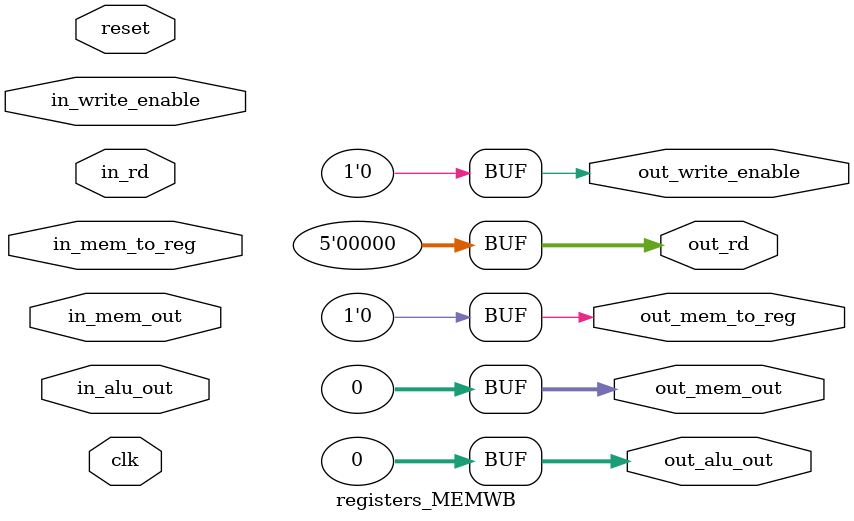
<source format=sv>
module registers_MEMWB(
    input clk,
    input reset,

    //INPUT
    input [31:0] in_alu_out,
    input [31:0] in_mem_out,

    input [4:0] in_rd,
    input in_mem_to_reg,
    input in_write_enable,

    //OUTPUT
    output [31:0] out_alu_out,
    output [31:0] out_mem_out,

    output [4:0] out_rd,
    output out_mem_to_reg,
    output out_write_enable
);

initial begin
    out_alu_out = 0;
    out_mem_out = 0;
    out_rd = 0;
    out_mem_to_reg = 0;
    out_write_enable = 0;
end

always @(posedge clk) begin
    in_alu_out <= out_alu_out;
    in_mem_out <= out_mem_out;

    in_rd <= out_rd;
    in_mem_to_reg <= out_mem_to_reg;
    in_write_enable <= out_write_enable;
end

endmodule

</source>
